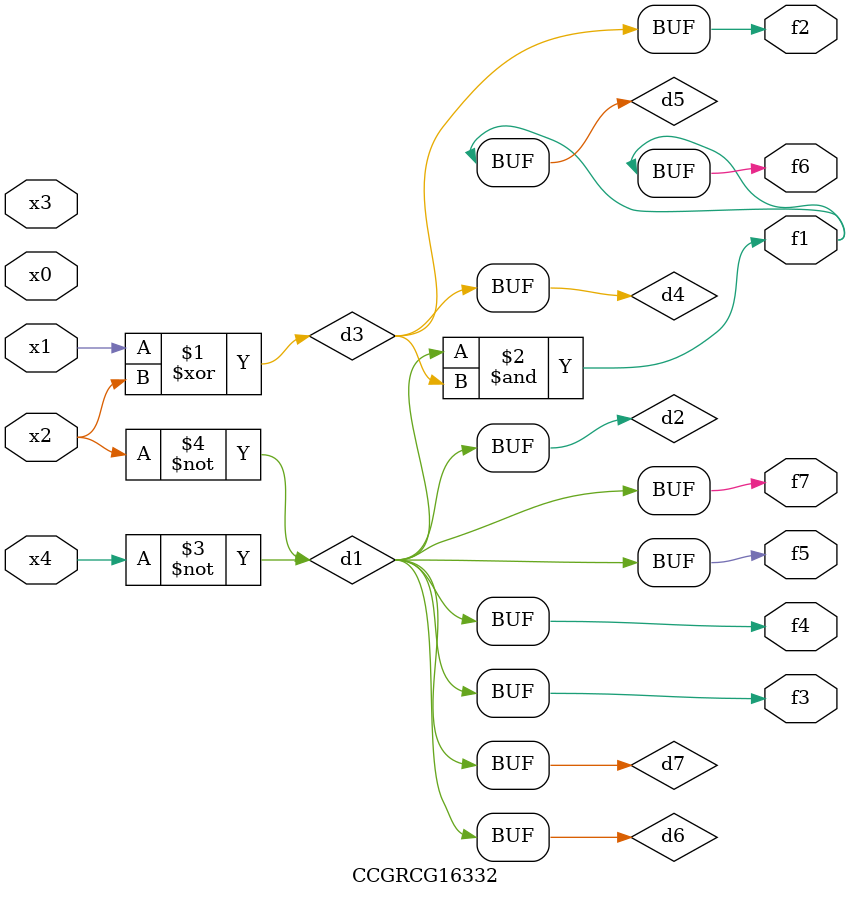
<source format=v>
module CCGRCG16332(
	input x0, x1, x2, x3, x4,
	output f1, f2, f3, f4, f5, f6, f7
);

	wire d1, d2, d3, d4, d5, d6, d7;

	not (d1, x4);
	not (d2, x2);
	xor (d3, x1, x2);
	buf (d4, d3);
	and (d5, d1, d3);
	buf (d6, d1, d2);
	buf (d7, d2);
	assign f1 = d5;
	assign f2 = d4;
	assign f3 = d7;
	assign f4 = d7;
	assign f5 = d7;
	assign f6 = d5;
	assign f7 = d7;
endmodule

</source>
